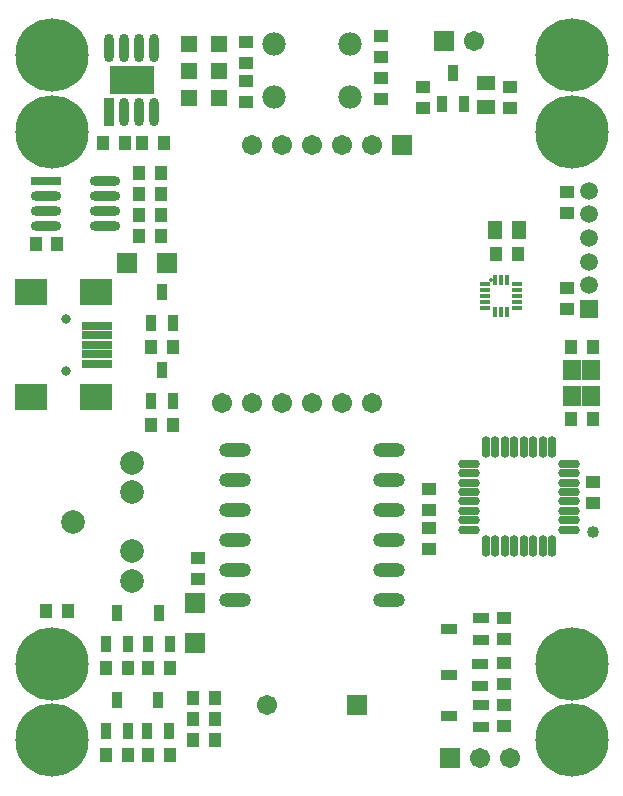
<source format=gts>
G04 Layer_Color=8388736*
%FSTAX24Y24*%
%MOIN*%
G70*
G01*
G75*
%ADD53O,0.1064X0.0474*%
%ADD54R,0.0395X0.0454*%
%ADD55R,0.0454X0.0395*%
%ADD56R,0.0710X0.0710*%
%ADD57R,0.0336X0.0552*%
%ADD58R,0.0552X0.0336*%
%ADD59O,0.0730X0.0297*%
%ADD60O,0.0297X0.0730*%
%ADD61R,0.0631X0.0671*%
%ADD62R,0.0178X0.0336*%
%ADD63R,0.0336X0.0178*%
%ADD64C,0.0139*%
%ADD65R,0.0474X0.0592*%
%ADD66R,0.1025X0.0316*%
%ADD67O,0.1025X0.0316*%
%ADD68R,0.1064X0.0867*%
%ADD69R,0.0986X0.0277*%
%ADD70R,0.0710X0.0710*%
%ADD71R,0.0330X0.0940*%
%ADD72O,0.0330X0.0940*%
%ADD73R,0.1480X0.0980*%
%ADD74R,0.0552X0.0552*%
%ADD75R,0.0592X0.0474*%
%ADD76C,0.0671*%
%ADD77R,0.0671X0.0671*%
%ADD78R,0.0671X0.0671*%
%ADD79C,0.0592*%
%ADD80R,0.0592X0.0592*%
%ADD81C,0.0316*%
%ADD82C,0.0789*%
%ADD83C,0.0380*%
%ADD84C,0.0780*%
%ADD85C,0.0671*%
%ADD86C,0.2442*%
%ADD87C,0.0400*%
D53*
X081199Y045761D02*
D03*
Y046761D02*
D03*
Y047761D02*
D03*
Y048761D02*
D03*
Y049761D02*
D03*
Y050761D02*
D03*
X076081Y045761D02*
D03*
Y046761D02*
D03*
Y047761D02*
D03*
Y048761D02*
D03*
Y049761D02*
D03*
Y050761D02*
D03*
D54*
X069786Y0454D02*
D03*
X070495D02*
D03*
X071786Y0435D02*
D03*
X072495D02*
D03*
X073895D02*
D03*
X073186D02*
D03*
X075395Y0418D02*
D03*
X074686D02*
D03*
X074686Y0425D02*
D03*
X075395D02*
D03*
X075395Y0411D02*
D03*
X074686D02*
D03*
X073895Y0406D02*
D03*
X073186D02*
D03*
X071786D02*
D03*
X072495D02*
D03*
X087286Y0542D02*
D03*
X087995D02*
D03*
Y0518D02*
D03*
X087286D02*
D03*
X084786Y0573D02*
D03*
X085495D02*
D03*
X072986Y061D02*
D03*
X073695D02*
D03*
X072886Y06D02*
D03*
X073595D02*
D03*
X071686Y061D02*
D03*
X072395D02*
D03*
X070136Y057613D02*
D03*
X069428D02*
D03*
X073286Y0516D02*
D03*
X073995D02*
D03*
X073995Y0542D02*
D03*
X073286D02*
D03*
X073595Y0579D02*
D03*
X072886D02*
D03*
X073595Y0586D02*
D03*
X072886D02*
D03*
X073595Y0593D02*
D03*
X072886D02*
D03*
D55*
X07484Y047154D02*
D03*
Y046446D02*
D03*
X08504Y041546D02*
D03*
Y042254D02*
D03*
Y043654D02*
D03*
Y042946D02*
D03*
X08504Y045154D02*
D03*
Y044446D02*
D03*
X08254Y048154D02*
D03*
Y047446D02*
D03*
Y049454D02*
D03*
Y048746D02*
D03*
X088019Y049691D02*
D03*
Y048982D02*
D03*
X08714Y059354D02*
D03*
Y058646D02*
D03*
Y055446D02*
D03*
Y056154D02*
D03*
X07644Y063054D02*
D03*
Y062346D02*
D03*
X08094Y063154D02*
D03*
Y062446D02*
D03*
Y063846D02*
D03*
Y064554D02*
D03*
X08234Y062854D02*
D03*
Y062146D02*
D03*
X08524D02*
D03*
Y062854D02*
D03*
X07644Y064354D02*
D03*
Y063646D02*
D03*
D56*
X07474Y045669D02*
D03*
Y044331D02*
D03*
D57*
X073914Y044278D02*
D03*
X073166D02*
D03*
X07354Y045322D02*
D03*
X072514Y044278D02*
D03*
X071766D02*
D03*
X07214Y045322D02*
D03*
X073877Y041379D02*
D03*
X073129D02*
D03*
X073503Y042424D02*
D03*
X072514Y041378D02*
D03*
X071766D02*
D03*
X07214Y042422D02*
D03*
X074014Y052378D02*
D03*
X073266D02*
D03*
X07364Y053422D02*
D03*
X074014Y054978D02*
D03*
X073266D02*
D03*
X07364Y056022D02*
D03*
X08334Y063322D02*
D03*
X082966Y062278D02*
D03*
X083714D02*
D03*
D58*
X084263Y042274D02*
D03*
Y041526D02*
D03*
X083218Y0419D02*
D03*
X084248Y043637D02*
D03*
Y042889D02*
D03*
X083203Y043263D02*
D03*
X084263Y045174D02*
D03*
Y044426D02*
D03*
X083218Y0448D02*
D03*
D59*
X087194Y048098D02*
D03*
Y048413D02*
D03*
Y048728D02*
D03*
Y049043D02*
D03*
Y049357D02*
D03*
Y049672D02*
D03*
Y049987D02*
D03*
Y050302D02*
D03*
X083887D02*
D03*
Y049987D02*
D03*
Y049672D02*
D03*
Y049357D02*
D03*
Y049043D02*
D03*
Y048728D02*
D03*
Y048413D02*
D03*
Y048098D02*
D03*
D60*
X086643Y050854D02*
D03*
X086328D02*
D03*
X086013D02*
D03*
X085698D02*
D03*
X085383D02*
D03*
X085068D02*
D03*
X084753D02*
D03*
X084438D02*
D03*
Y047546D02*
D03*
X084753D02*
D03*
X085068D02*
D03*
X085383D02*
D03*
X085698D02*
D03*
X086013D02*
D03*
X086328D02*
D03*
X086643D02*
D03*
D61*
X087305Y05344D02*
D03*
X087935D02*
D03*
Y052574D02*
D03*
X087305D02*
D03*
D62*
X085137Y055359D02*
D03*
X08494D02*
D03*
X084743D02*
D03*
Y056441D02*
D03*
X08494D02*
D03*
X085137D02*
D03*
D63*
X084399Y055506D02*
D03*
Y055703D02*
D03*
Y0559D02*
D03*
Y056097D02*
D03*
Y056294D02*
D03*
X085482D02*
D03*
Y056097D02*
D03*
Y0559D02*
D03*
Y055703D02*
D03*
Y055506D02*
D03*
D64*
X084596Y056412D02*
D03*
D65*
X084747Y0581D02*
D03*
X085534D02*
D03*
D66*
X069782Y059741D02*
D03*
D67*
Y059241D02*
D03*
Y058741D02*
D03*
Y058241D02*
D03*
X071751Y059741D02*
D03*
Y059241D02*
D03*
Y058741D02*
D03*
Y058241D02*
D03*
D68*
X071436Y052515D02*
D03*
Y056019D02*
D03*
X06927D02*
D03*
Y052515D02*
D03*
D69*
X071475Y053637D02*
D03*
Y053952D02*
D03*
Y054267D02*
D03*
Y054582D02*
D03*
Y054897D02*
D03*
D70*
X072471Y057D02*
D03*
X07381D02*
D03*
D71*
X07189Y06204D02*
D03*
D72*
X07239D02*
D03*
X07289D02*
D03*
X07339D02*
D03*
X07189Y06416D02*
D03*
X07239D02*
D03*
X07289D02*
D03*
X07339D02*
D03*
D73*
X07264Y0631D02*
D03*
D74*
X074528Y0634D02*
D03*
X075552D02*
D03*
X074528Y0625D02*
D03*
X075552D02*
D03*
X074528Y0643D02*
D03*
X075552D02*
D03*
D75*
X08444Y062206D02*
D03*
Y062994D02*
D03*
D76*
X07714Y042259D02*
D03*
X08424Y0405D02*
D03*
X08524D02*
D03*
X07564Y052329D02*
D03*
X07664D02*
D03*
X07764D02*
D03*
X07864D02*
D03*
X07964D02*
D03*
X07664Y060929D02*
D03*
X07764D02*
D03*
X07864D02*
D03*
X07964D02*
D03*
X08064D02*
D03*
X08404Y0644D02*
D03*
D77*
X08014Y042259D02*
D03*
D78*
X08324Y0405D02*
D03*
X08164Y060929D02*
D03*
X08304Y0644D02*
D03*
D79*
X087892Y059398D02*
D03*
Y05861D02*
D03*
Y057823D02*
D03*
Y056248D02*
D03*
Y057035D02*
D03*
D80*
Y055461D02*
D03*
D81*
X070451Y055133D02*
D03*
Y053401D02*
D03*
D82*
X072638Y047377D02*
D03*
Y049346D02*
D03*
Y046393D02*
D03*
Y05033D02*
D03*
X070669Y048361D02*
D03*
D83*
X07215Y06335D02*
D03*
X07263D02*
D03*
X07311D02*
D03*
X07215Y06285D02*
D03*
X07263D02*
D03*
X07311D02*
D03*
D84*
X079923Y062518D02*
D03*
X077364D02*
D03*
X079923Y06429D02*
D03*
X077364D02*
D03*
D85*
X08064Y052329D02*
D03*
D86*
X087302Y041078D02*
D03*
X069979Y041078D02*
D03*
X087302Y063913D02*
D03*
X069979D02*
D03*
X087302Y043637D02*
D03*
Y061354D02*
D03*
X069979Y043637D02*
D03*
Y061354D02*
D03*
D87*
X087994Y048013D02*
D03*
M02*

</source>
